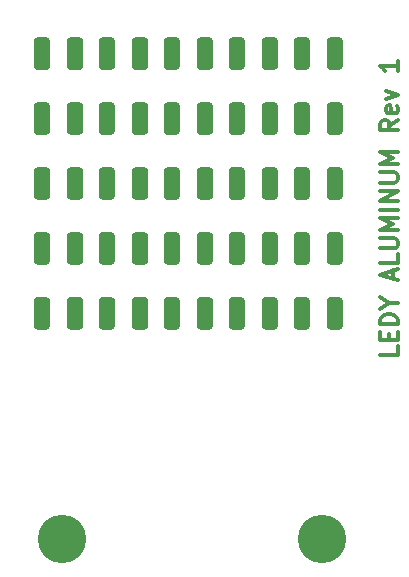
<source format=gbr>
G04 #@! TF.GenerationSoftware,KiCad,Pcbnew,5.1.6-c6e7f7d~87~ubuntu19.10.1*
G04 #@! TF.CreationDate,2020-10-15T12:23:37+04:00*
G04 #@! TF.ProjectId,ledy,6c656479-2e6b-4696-9361-645f70636258,rev?*
G04 #@! TF.SameCoordinates,Original*
G04 #@! TF.FileFunction,Soldermask,Top*
G04 #@! TF.FilePolarity,Negative*
%FSLAX46Y46*%
G04 Gerber Fmt 4.6, Leading zero omitted, Abs format (unit mm)*
G04 Created by KiCad (PCBNEW 5.1.6-c6e7f7d~87~ubuntu19.10.1) date 2020-10-15 12:23:37*
%MOMM*%
%LPD*%
G01*
G04 APERTURE LIST*
%ADD10C,0.300000*%
%ADD11C,4.100000*%
G04 APERTURE END LIST*
D10*
X242428571Y-105678571D02*
X242428571Y-106392857D01*
X240928571Y-106392857D01*
X241642857Y-105178571D02*
X241642857Y-104678571D01*
X242428571Y-104464285D02*
X242428571Y-105178571D01*
X240928571Y-105178571D01*
X240928571Y-104464285D01*
X242428571Y-103821428D02*
X240928571Y-103821428D01*
X240928571Y-103464285D01*
X241000000Y-103250000D01*
X241142857Y-103107142D01*
X241285714Y-103035714D01*
X241571428Y-102964285D01*
X241785714Y-102964285D01*
X242071428Y-103035714D01*
X242214285Y-103107142D01*
X242357142Y-103250000D01*
X242428571Y-103464285D01*
X242428571Y-103821428D01*
X241714285Y-102035714D02*
X242428571Y-102035714D01*
X240928571Y-102535714D02*
X241714285Y-102035714D01*
X240928571Y-101535714D01*
X242000000Y-99964285D02*
X242000000Y-99250000D01*
X242428571Y-100107142D02*
X240928571Y-99607142D01*
X242428571Y-99107142D01*
X242428571Y-97892857D02*
X242428571Y-98607142D01*
X240928571Y-98607142D01*
X240928571Y-97392857D02*
X242142857Y-97392857D01*
X242285714Y-97321428D01*
X242357142Y-97250000D01*
X242428571Y-97107142D01*
X242428571Y-96821428D01*
X242357142Y-96678571D01*
X242285714Y-96607142D01*
X242142857Y-96535714D01*
X240928571Y-96535714D01*
X242428571Y-95821428D02*
X240928571Y-95821428D01*
X242000000Y-95321428D01*
X240928571Y-94821428D01*
X242428571Y-94821428D01*
X242428571Y-94107142D02*
X240928571Y-94107142D01*
X242428571Y-93392857D02*
X240928571Y-93392857D01*
X242428571Y-92535714D01*
X240928571Y-92535714D01*
X240928571Y-91821428D02*
X242142857Y-91821428D01*
X242285714Y-91750000D01*
X242357142Y-91678571D01*
X242428571Y-91535714D01*
X242428571Y-91250000D01*
X242357142Y-91107142D01*
X242285714Y-91035714D01*
X242142857Y-90964285D01*
X240928571Y-90964285D01*
X242428571Y-90250000D02*
X240928571Y-90250000D01*
X242000000Y-89750000D01*
X240928571Y-89250000D01*
X242428571Y-89250000D01*
X242428571Y-86535714D02*
X241714285Y-87035714D01*
X242428571Y-87392857D02*
X240928571Y-87392857D01*
X240928571Y-86821428D01*
X241000000Y-86678571D01*
X241071428Y-86607142D01*
X241214285Y-86535714D01*
X241428571Y-86535714D01*
X241571428Y-86607142D01*
X241642857Y-86678571D01*
X241714285Y-86821428D01*
X241714285Y-87392857D01*
X242357142Y-85321428D02*
X242428571Y-85464285D01*
X242428571Y-85750000D01*
X242357142Y-85892857D01*
X242214285Y-85964285D01*
X241642857Y-85964285D01*
X241500000Y-85892857D01*
X241428571Y-85750000D01*
X241428571Y-85464285D01*
X241500000Y-85321428D01*
X241642857Y-85250000D01*
X241785714Y-85250000D01*
X241928571Y-85964285D01*
X241428571Y-84750000D02*
X242428571Y-84392857D01*
X241428571Y-84035714D01*
X242428571Y-81535714D02*
X242428571Y-82392857D01*
X242428571Y-81964285D02*
X240928571Y-81964285D01*
X241142857Y-82107142D01*
X241285714Y-82250000D01*
X241357142Y-82392857D01*
D11*
G04 #@! TO.C,+*
X236000000Y-122000000D03*
G04 #@! TD*
G04 #@! TO.C,GND*
X214000000Y-122000000D03*
G04 #@! TD*
G04 #@! TO.C,D5*
G36*
G01*
X233620000Y-104004000D02*
X233620000Y-101794000D01*
G75*
G02*
X233890000Y-101524000I270000J0D01*
G01*
X234700000Y-101524000D01*
G75*
G02*
X234970000Y-101794000I0J-270000D01*
G01*
X234970000Y-104004000D01*
G75*
G02*
X234700000Y-104274000I-270000J0D01*
G01*
X233890000Y-104274000D01*
G75*
G02*
X233620000Y-104004000I0J270000D01*
G01*
G37*
G36*
G01*
X236420000Y-104004000D02*
X236420000Y-101794000D01*
G75*
G02*
X236690000Y-101524000I270000J0D01*
G01*
X237500000Y-101524000D01*
G75*
G02*
X237770000Y-101794000I0J-270000D01*
G01*
X237770000Y-104004000D01*
G75*
G02*
X237500000Y-104274000I-270000J0D01*
G01*
X236690000Y-104274000D01*
G75*
G02*
X236420000Y-104004000I0J270000D01*
G01*
G37*
G04 #@! TD*
G04 #@! TO.C,D4*
G36*
G01*
X228120000Y-104004000D02*
X228120000Y-101794000D01*
G75*
G02*
X228390000Y-101524000I270000J0D01*
G01*
X229200000Y-101524000D01*
G75*
G02*
X229470000Y-101794000I0J-270000D01*
G01*
X229470000Y-104004000D01*
G75*
G02*
X229200000Y-104274000I-270000J0D01*
G01*
X228390000Y-104274000D01*
G75*
G02*
X228120000Y-104004000I0J270000D01*
G01*
G37*
G36*
G01*
X230920000Y-104004000D02*
X230920000Y-101794000D01*
G75*
G02*
X231190000Y-101524000I270000J0D01*
G01*
X232000000Y-101524000D01*
G75*
G02*
X232270000Y-101794000I0J-270000D01*
G01*
X232270000Y-104004000D01*
G75*
G02*
X232000000Y-104274000I-270000J0D01*
G01*
X231190000Y-104274000D01*
G75*
G02*
X230920000Y-104004000I0J270000D01*
G01*
G37*
G04 #@! TD*
G04 #@! TO.C,D3*
G36*
G01*
X222620000Y-104004000D02*
X222620000Y-101794000D01*
G75*
G02*
X222890000Y-101524000I270000J0D01*
G01*
X223700000Y-101524000D01*
G75*
G02*
X223970000Y-101794000I0J-270000D01*
G01*
X223970000Y-104004000D01*
G75*
G02*
X223700000Y-104274000I-270000J0D01*
G01*
X222890000Y-104274000D01*
G75*
G02*
X222620000Y-104004000I0J270000D01*
G01*
G37*
G36*
G01*
X225420000Y-104004000D02*
X225420000Y-101794000D01*
G75*
G02*
X225690000Y-101524000I270000J0D01*
G01*
X226500000Y-101524000D01*
G75*
G02*
X226770000Y-101794000I0J-270000D01*
G01*
X226770000Y-104004000D01*
G75*
G02*
X226500000Y-104274000I-270000J0D01*
G01*
X225690000Y-104274000D01*
G75*
G02*
X225420000Y-104004000I0J270000D01*
G01*
G37*
G04 #@! TD*
G04 #@! TO.C,D2*
G36*
G01*
X217120000Y-104004000D02*
X217120000Y-101794000D01*
G75*
G02*
X217390000Y-101524000I270000J0D01*
G01*
X218200000Y-101524000D01*
G75*
G02*
X218470000Y-101794000I0J-270000D01*
G01*
X218470000Y-104004000D01*
G75*
G02*
X218200000Y-104274000I-270000J0D01*
G01*
X217390000Y-104274000D01*
G75*
G02*
X217120000Y-104004000I0J270000D01*
G01*
G37*
G36*
G01*
X219920000Y-104004000D02*
X219920000Y-101794000D01*
G75*
G02*
X220190000Y-101524000I270000J0D01*
G01*
X221000000Y-101524000D01*
G75*
G02*
X221270000Y-101794000I0J-270000D01*
G01*
X221270000Y-104004000D01*
G75*
G02*
X221000000Y-104274000I-270000J0D01*
G01*
X220190000Y-104274000D01*
G75*
G02*
X219920000Y-104004000I0J270000D01*
G01*
G37*
G04 #@! TD*
G04 #@! TO.C,D1*
G36*
G01*
X211620000Y-104004000D02*
X211620000Y-101794000D01*
G75*
G02*
X211890000Y-101524000I270000J0D01*
G01*
X212700000Y-101524000D01*
G75*
G02*
X212970000Y-101794000I0J-270000D01*
G01*
X212970000Y-104004000D01*
G75*
G02*
X212700000Y-104274000I-270000J0D01*
G01*
X211890000Y-104274000D01*
G75*
G02*
X211620000Y-104004000I0J270000D01*
G01*
G37*
G36*
G01*
X214420000Y-104004000D02*
X214420000Y-101794000D01*
G75*
G02*
X214690000Y-101524000I270000J0D01*
G01*
X215500000Y-101524000D01*
G75*
G02*
X215770000Y-101794000I0J-270000D01*
G01*
X215770000Y-104004000D01*
G75*
G02*
X215500000Y-104274000I-270000J0D01*
G01*
X214690000Y-104274000D01*
G75*
G02*
X214420000Y-104004000I0J270000D01*
G01*
G37*
G04 #@! TD*
G04 #@! TO.C,D10*
G36*
G01*
X233620000Y-98504000D02*
X233620000Y-96294000D01*
G75*
G02*
X233890000Y-96024000I270000J0D01*
G01*
X234700000Y-96024000D01*
G75*
G02*
X234970000Y-96294000I0J-270000D01*
G01*
X234970000Y-98504000D01*
G75*
G02*
X234700000Y-98774000I-270000J0D01*
G01*
X233890000Y-98774000D01*
G75*
G02*
X233620000Y-98504000I0J270000D01*
G01*
G37*
G36*
G01*
X236420000Y-98504000D02*
X236420000Y-96294000D01*
G75*
G02*
X236690000Y-96024000I270000J0D01*
G01*
X237500000Y-96024000D01*
G75*
G02*
X237770000Y-96294000I0J-270000D01*
G01*
X237770000Y-98504000D01*
G75*
G02*
X237500000Y-98774000I-270000J0D01*
G01*
X236690000Y-98774000D01*
G75*
G02*
X236420000Y-98504000I0J270000D01*
G01*
G37*
G04 #@! TD*
G04 #@! TO.C,D9*
G36*
G01*
X228120000Y-98504000D02*
X228120000Y-96294000D01*
G75*
G02*
X228390000Y-96024000I270000J0D01*
G01*
X229200000Y-96024000D01*
G75*
G02*
X229470000Y-96294000I0J-270000D01*
G01*
X229470000Y-98504000D01*
G75*
G02*
X229200000Y-98774000I-270000J0D01*
G01*
X228390000Y-98774000D01*
G75*
G02*
X228120000Y-98504000I0J270000D01*
G01*
G37*
G36*
G01*
X230920000Y-98504000D02*
X230920000Y-96294000D01*
G75*
G02*
X231190000Y-96024000I270000J0D01*
G01*
X232000000Y-96024000D01*
G75*
G02*
X232270000Y-96294000I0J-270000D01*
G01*
X232270000Y-98504000D01*
G75*
G02*
X232000000Y-98774000I-270000J0D01*
G01*
X231190000Y-98774000D01*
G75*
G02*
X230920000Y-98504000I0J270000D01*
G01*
G37*
G04 #@! TD*
G04 #@! TO.C,D8*
G36*
G01*
X222620000Y-98504000D02*
X222620000Y-96294000D01*
G75*
G02*
X222890000Y-96024000I270000J0D01*
G01*
X223700000Y-96024000D01*
G75*
G02*
X223970000Y-96294000I0J-270000D01*
G01*
X223970000Y-98504000D01*
G75*
G02*
X223700000Y-98774000I-270000J0D01*
G01*
X222890000Y-98774000D01*
G75*
G02*
X222620000Y-98504000I0J270000D01*
G01*
G37*
G36*
G01*
X225420000Y-98504000D02*
X225420000Y-96294000D01*
G75*
G02*
X225690000Y-96024000I270000J0D01*
G01*
X226500000Y-96024000D01*
G75*
G02*
X226770000Y-96294000I0J-270000D01*
G01*
X226770000Y-98504000D01*
G75*
G02*
X226500000Y-98774000I-270000J0D01*
G01*
X225690000Y-98774000D01*
G75*
G02*
X225420000Y-98504000I0J270000D01*
G01*
G37*
G04 #@! TD*
G04 #@! TO.C,D7*
G36*
G01*
X217120000Y-98504000D02*
X217120000Y-96294000D01*
G75*
G02*
X217390000Y-96024000I270000J0D01*
G01*
X218200000Y-96024000D01*
G75*
G02*
X218470000Y-96294000I0J-270000D01*
G01*
X218470000Y-98504000D01*
G75*
G02*
X218200000Y-98774000I-270000J0D01*
G01*
X217390000Y-98774000D01*
G75*
G02*
X217120000Y-98504000I0J270000D01*
G01*
G37*
G36*
G01*
X219920000Y-98504000D02*
X219920000Y-96294000D01*
G75*
G02*
X220190000Y-96024000I270000J0D01*
G01*
X221000000Y-96024000D01*
G75*
G02*
X221270000Y-96294000I0J-270000D01*
G01*
X221270000Y-98504000D01*
G75*
G02*
X221000000Y-98774000I-270000J0D01*
G01*
X220190000Y-98774000D01*
G75*
G02*
X219920000Y-98504000I0J270000D01*
G01*
G37*
G04 #@! TD*
G04 #@! TO.C,D6*
G36*
G01*
X211620000Y-98504000D02*
X211620000Y-96294000D01*
G75*
G02*
X211890000Y-96024000I270000J0D01*
G01*
X212700000Y-96024000D01*
G75*
G02*
X212970000Y-96294000I0J-270000D01*
G01*
X212970000Y-98504000D01*
G75*
G02*
X212700000Y-98774000I-270000J0D01*
G01*
X211890000Y-98774000D01*
G75*
G02*
X211620000Y-98504000I0J270000D01*
G01*
G37*
G36*
G01*
X214420000Y-98504000D02*
X214420000Y-96294000D01*
G75*
G02*
X214690000Y-96024000I270000J0D01*
G01*
X215500000Y-96024000D01*
G75*
G02*
X215770000Y-96294000I0J-270000D01*
G01*
X215770000Y-98504000D01*
G75*
G02*
X215500000Y-98774000I-270000J0D01*
G01*
X214690000Y-98774000D01*
G75*
G02*
X214420000Y-98504000I0J270000D01*
G01*
G37*
G04 #@! TD*
G04 #@! TO.C,D15*
G36*
G01*
X233620000Y-93004000D02*
X233620000Y-90794000D01*
G75*
G02*
X233890000Y-90524000I270000J0D01*
G01*
X234700000Y-90524000D01*
G75*
G02*
X234970000Y-90794000I0J-270000D01*
G01*
X234970000Y-93004000D01*
G75*
G02*
X234700000Y-93274000I-270000J0D01*
G01*
X233890000Y-93274000D01*
G75*
G02*
X233620000Y-93004000I0J270000D01*
G01*
G37*
G36*
G01*
X236420000Y-93004000D02*
X236420000Y-90794000D01*
G75*
G02*
X236690000Y-90524000I270000J0D01*
G01*
X237500000Y-90524000D01*
G75*
G02*
X237770000Y-90794000I0J-270000D01*
G01*
X237770000Y-93004000D01*
G75*
G02*
X237500000Y-93274000I-270000J0D01*
G01*
X236690000Y-93274000D01*
G75*
G02*
X236420000Y-93004000I0J270000D01*
G01*
G37*
G04 #@! TD*
G04 #@! TO.C,D14*
G36*
G01*
X228120000Y-93004000D02*
X228120000Y-90794000D01*
G75*
G02*
X228390000Y-90524000I270000J0D01*
G01*
X229200000Y-90524000D01*
G75*
G02*
X229470000Y-90794000I0J-270000D01*
G01*
X229470000Y-93004000D01*
G75*
G02*
X229200000Y-93274000I-270000J0D01*
G01*
X228390000Y-93274000D01*
G75*
G02*
X228120000Y-93004000I0J270000D01*
G01*
G37*
G36*
G01*
X230920000Y-93004000D02*
X230920000Y-90794000D01*
G75*
G02*
X231190000Y-90524000I270000J0D01*
G01*
X232000000Y-90524000D01*
G75*
G02*
X232270000Y-90794000I0J-270000D01*
G01*
X232270000Y-93004000D01*
G75*
G02*
X232000000Y-93274000I-270000J0D01*
G01*
X231190000Y-93274000D01*
G75*
G02*
X230920000Y-93004000I0J270000D01*
G01*
G37*
G04 #@! TD*
G04 #@! TO.C,D13*
G36*
G01*
X222620000Y-93004000D02*
X222620000Y-90794000D01*
G75*
G02*
X222890000Y-90524000I270000J0D01*
G01*
X223700000Y-90524000D01*
G75*
G02*
X223970000Y-90794000I0J-270000D01*
G01*
X223970000Y-93004000D01*
G75*
G02*
X223700000Y-93274000I-270000J0D01*
G01*
X222890000Y-93274000D01*
G75*
G02*
X222620000Y-93004000I0J270000D01*
G01*
G37*
G36*
G01*
X225420000Y-93004000D02*
X225420000Y-90794000D01*
G75*
G02*
X225690000Y-90524000I270000J0D01*
G01*
X226500000Y-90524000D01*
G75*
G02*
X226770000Y-90794000I0J-270000D01*
G01*
X226770000Y-93004000D01*
G75*
G02*
X226500000Y-93274000I-270000J0D01*
G01*
X225690000Y-93274000D01*
G75*
G02*
X225420000Y-93004000I0J270000D01*
G01*
G37*
G04 #@! TD*
G04 #@! TO.C,D12*
G36*
G01*
X217120000Y-93004000D02*
X217120000Y-90794000D01*
G75*
G02*
X217390000Y-90524000I270000J0D01*
G01*
X218200000Y-90524000D01*
G75*
G02*
X218470000Y-90794000I0J-270000D01*
G01*
X218470000Y-93004000D01*
G75*
G02*
X218200000Y-93274000I-270000J0D01*
G01*
X217390000Y-93274000D01*
G75*
G02*
X217120000Y-93004000I0J270000D01*
G01*
G37*
G36*
G01*
X219920000Y-93004000D02*
X219920000Y-90794000D01*
G75*
G02*
X220190000Y-90524000I270000J0D01*
G01*
X221000000Y-90524000D01*
G75*
G02*
X221270000Y-90794000I0J-270000D01*
G01*
X221270000Y-93004000D01*
G75*
G02*
X221000000Y-93274000I-270000J0D01*
G01*
X220190000Y-93274000D01*
G75*
G02*
X219920000Y-93004000I0J270000D01*
G01*
G37*
G04 #@! TD*
G04 #@! TO.C,D11*
G36*
G01*
X211620000Y-93004000D02*
X211620000Y-90794000D01*
G75*
G02*
X211890000Y-90524000I270000J0D01*
G01*
X212700000Y-90524000D01*
G75*
G02*
X212970000Y-90794000I0J-270000D01*
G01*
X212970000Y-93004000D01*
G75*
G02*
X212700000Y-93274000I-270000J0D01*
G01*
X211890000Y-93274000D01*
G75*
G02*
X211620000Y-93004000I0J270000D01*
G01*
G37*
G36*
G01*
X214420000Y-93004000D02*
X214420000Y-90794000D01*
G75*
G02*
X214690000Y-90524000I270000J0D01*
G01*
X215500000Y-90524000D01*
G75*
G02*
X215770000Y-90794000I0J-270000D01*
G01*
X215770000Y-93004000D01*
G75*
G02*
X215500000Y-93274000I-270000J0D01*
G01*
X214690000Y-93274000D01*
G75*
G02*
X214420000Y-93004000I0J270000D01*
G01*
G37*
G04 #@! TD*
G04 #@! TO.C,D20*
G36*
G01*
X233620000Y-87504000D02*
X233620000Y-85294000D01*
G75*
G02*
X233890000Y-85024000I270000J0D01*
G01*
X234700000Y-85024000D01*
G75*
G02*
X234970000Y-85294000I0J-270000D01*
G01*
X234970000Y-87504000D01*
G75*
G02*
X234700000Y-87774000I-270000J0D01*
G01*
X233890000Y-87774000D01*
G75*
G02*
X233620000Y-87504000I0J270000D01*
G01*
G37*
G36*
G01*
X236420000Y-87504000D02*
X236420000Y-85294000D01*
G75*
G02*
X236690000Y-85024000I270000J0D01*
G01*
X237500000Y-85024000D01*
G75*
G02*
X237770000Y-85294000I0J-270000D01*
G01*
X237770000Y-87504000D01*
G75*
G02*
X237500000Y-87774000I-270000J0D01*
G01*
X236690000Y-87774000D01*
G75*
G02*
X236420000Y-87504000I0J270000D01*
G01*
G37*
G04 #@! TD*
G04 #@! TO.C,D19*
G36*
G01*
X228120000Y-87504000D02*
X228120000Y-85294000D01*
G75*
G02*
X228390000Y-85024000I270000J0D01*
G01*
X229200000Y-85024000D01*
G75*
G02*
X229470000Y-85294000I0J-270000D01*
G01*
X229470000Y-87504000D01*
G75*
G02*
X229200000Y-87774000I-270000J0D01*
G01*
X228390000Y-87774000D01*
G75*
G02*
X228120000Y-87504000I0J270000D01*
G01*
G37*
G36*
G01*
X230920000Y-87504000D02*
X230920000Y-85294000D01*
G75*
G02*
X231190000Y-85024000I270000J0D01*
G01*
X232000000Y-85024000D01*
G75*
G02*
X232270000Y-85294000I0J-270000D01*
G01*
X232270000Y-87504000D01*
G75*
G02*
X232000000Y-87774000I-270000J0D01*
G01*
X231190000Y-87774000D01*
G75*
G02*
X230920000Y-87504000I0J270000D01*
G01*
G37*
G04 #@! TD*
G04 #@! TO.C,D18*
G36*
G01*
X222620000Y-87504000D02*
X222620000Y-85294000D01*
G75*
G02*
X222890000Y-85024000I270000J0D01*
G01*
X223700000Y-85024000D01*
G75*
G02*
X223970000Y-85294000I0J-270000D01*
G01*
X223970000Y-87504000D01*
G75*
G02*
X223700000Y-87774000I-270000J0D01*
G01*
X222890000Y-87774000D01*
G75*
G02*
X222620000Y-87504000I0J270000D01*
G01*
G37*
G36*
G01*
X225420000Y-87504000D02*
X225420000Y-85294000D01*
G75*
G02*
X225690000Y-85024000I270000J0D01*
G01*
X226500000Y-85024000D01*
G75*
G02*
X226770000Y-85294000I0J-270000D01*
G01*
X226770000Y-87504000D01*
G75*
G02*
X226500000Y-87774000I-270000J0D01*
G01*
X225690000Y-87774000D01*
G75*
G02*
X225420000Y-87504000I0J270000D01*
G01*
G37*
G04 #@! TD*
G04 #@! TO.C,D17*
G36*
G01*
X217120000Y-87504000D02*
X217120000Y-85294000D01*
G75*
G02*
X217390000Y-85024000I270000J0D01*
G01*
X218200000Y-85024000D01*
G75*
G02*
X218470000Y-85294000I0J-270000D01*
G01*
X218470000Y-87504000D01*
G75*
G02*
X218200000Y-87774000I-270000J0D01*
G01*
X217390000Y-87774000D01*
G75*
G02*
X217120000Y-87504000I0J270000D01*
G01*
G37*
G36*
G01*
X219920000Y-87504000D02*
X219920000Y-85294000D01*
G75*
G02*
X220190000Y-85024000I270000J0D01*
G01*
X221000000Y-85024000D01*
G75*
G02*
X221270000Y-85294000I0J-270000D01*
G01*
X221270000Y-87504000D01*
G75*
G02*
X221000000Y-87774000I-270000J0D01*
G01*
X220190000Y-87774000D01*
G75*
G02*
X219920000Y-87504000I0J270000D01*
G01*
G37*
G04 #@! TD*
G04 #@! TO.C,D16*
G36*
G01*
X211620000Y-87504000D02*
X211620000Y-85294000D01*
G75*
G02*
X211890000Y-85024000I270000J0D01*
G01*
X212700000Y-85024000D01*
G75*
G02*
X212970000Y-85294000I0J-270000D01*
G01*
X212970000Y-87504000D01*
G75*
G02*
X212700000Y-87774000I-270000J0D01*
G01*
X211890000Y-87774000D01*
G75*
G02*
X211620000Y-87504000I0J270000D01*
G01*
G37*
G36*
G01*
X214420000Y-87504000D02*
X214420000Y-85294000D01*
G75*
G02*
X214690000Y-85024000I270000J0D01*
G01*
X215500000Y-85024000D01*
G75*
G02*
X215770000Y-85294000I0J-270000D01*
G01*
X215770000Y-87504000D01*
G75*
G02*
X215500000Y-87774000I-270000J0D01*
G01*
X214690000Y-87774000D01*
G75*
G02*
X214420000Y-87504000I0J270000D01*
G01*
G37*
G04 #@! TD*
G04 #@! TO.C,D25*
G36*
G01*
X233620000Y-82004000D02*
X233620000Y-79794000D01*
G75*
G02*
X233890000Y-79524000I270000J0D01*
G01*
X234700000Y-79524000D01*
G75*
G02*
X234970000Y-79794000I0J-270000D01*
G01*
X234970000Y-82004000D01*
G75*
G02*
X234700000Y-82274000I-270000J0D01*
G01*
X233890000Y-82274000D01*
G75*
G02*
X233620000Y-82004000I0J270000D01*
G01*
G37*
G36*
G01*
X236420000Y-82004000D02*
X236420000Y-79794000D01*
G75*
G02*
X236690000Y-79524000I270000J0D01*
G01*
X237500000Y-79524000D01*
G75*
G02*
X237770000Y-79794000I0J-270000D01*
G01*
X237770000Y-82004000D01*
G75*
G02*
X237500000Y-82274000I-270000J0D01*
G01*
X236690000Y-82274000D01*
G75*
G02*
X236420000Y-82004000I0J270000D01*
G01*
G37*
G04 #@! TD*
G04 #@! TO.C,D24*
G36*
G01*
X228120000Y-82004000D02*
X228120000Y-79794000D01*
G75*
G02*
X228390000Y-79524000I270000J0D01*
G01*
X229200000Y-79524000D01*
G75*
G02*
X229470000Y-79794000I0J-270000D01*
G01*
X229470000Y-82004000D01*
G75*
G02*
X229200000Y-82274000I-270000J0D01*
G01*
X228390000Y-82274000D01*
G75*
G02*
X228120000Y-82004000I0J270000D01*
G01*
G37*
G36*
G01*
X230920000Y-82004000D02*
X230920000Y-79794000D01*
G75*
G02*
X231190000Y-79524000I270000J0D01*
G01*
X232000000Y-79524000D01*
G75*
G02*
X232270000Y-79794000I0J-270000D01*
G01*
X232270000Y-82004000D01*
G75*
G02*
X232000000Y-82274000I-270000J0D01*
G01*
X231190000Y-82274000D01*
G75*
G02*
X230920000Y-82004000I0J270000D01*
G01*
G37*
G04 #@! TD*
G04 #@! TO.C,D23*
G36*
G01*
X222620000Y-82004000D02*
X222620000Y-79794000D01*
G75*
G02*
X222890000Y-79524000I270000J0D01*
G01*
X223700000Y-79524000D01*
G75*
G02*
X223970000Y-79794000I0J-270000D01*
G01*
X223970000Y-82004000D01*
G75*
G02*
X223700000Y-82274000I-270000J0D01*
G01*
X222890000Y-82274000D01*
G75*
G02*
X222620000Y-82004000I0J270000D01*
G01*
G37*
G36*
G01*
X225420000Y-82004000D02*
X225420000Y-79794000D01*
G75*
G02*
X225690000Y-79524000I270000J0D01*
G01*
X226500000Y-79524000D01*
G75*
G02*
X226770000Y-79794000I0J-270000D01*
G01*
X226770000Y-82004000D01*
G75*
G02*
X226500000Y-82274000I-270000J0D01*
G01*
X225690000Y-82274000D01*
G75*
G02*
X225420000Y-82004000I0J270000D01*
G01*
G37*
G04 #@! TD*
G04 #@! TO.C,D22*
G36*
G01*
X217120000Y-82004000D02*
X217120000Y-79794000D01*
G75*
G02*
X217390000Y-79524000I270000J0D01*
G01*
X218200000Y-79524000D01*
G75*
G02*
X218470000Y-79794000I0J-270000D01*
G01*
X218470000Y-82004000D01*
G75*
G02*
X218200000Y-82274000I-270000J0D01*
G01*
X217390000Y-82274000D01*
G75*
G02*
X217120000Y-82004000I0J270000D01*
G01*
G37*
G36*
G01*
X219920000Y-82004000D02*
X219920000Y-79794000D01*
G75*
G02*
X220190000Y-79524000I270000J0D01*
G01*
X221000000Y-79524000D01*
G75*
G02*
X221270000Y-79794000I0J-270000D01*
G01*
X221270000Y-82004000D01*
G75*
G02*
X221000000Y-82274000I-270000J0D01*
G01*
X220190000Y-82274000D01*
G75*
G02*
X219920000Y-82004000I0J270000D01*
G01*
G37*
G04 #@! TD*
G04 #@! TO.C,D21*
G36*
G01*
X214420000Y-82004000D02*
X214420000Y-79794000D01*
G75*
G02*
X214690000Y-79524000I270000J0D01*
G01*
X215500000Y-79524000D01*
G75*
G02*
X215770000Y-79794000I0J-270000D01*
G01*
X215770000Y-82004000D01*
G75*
G02*
X215500000Y-82274000I-270000J0D01*
G01*
X214690000Y-82274000D01*
G75*
G02*
X214420000Y-82004000I0J270000D01*
G01*
G37*
G36*
G01*
X211620000Y-82004000D02*
X211620000Y-79794000D01*
G75*
G02*
X211890000Y-79524000I270000J0D01*
G01*
X212700000Y-79524000D01*
G75*
G02*
X212970000Y-79794000I0J-270000D01*
G01*
X212970000Y-82004000D01*
G75*
G02*
X212700000Y-82274000I-270000J0D01*
G01*
X211890000Y-82274000D01*
G75*
G02*
X211620000Y-82004000I0J270000D01*
G01*
G37*
G04 #@! TD*
M02*

</source>
